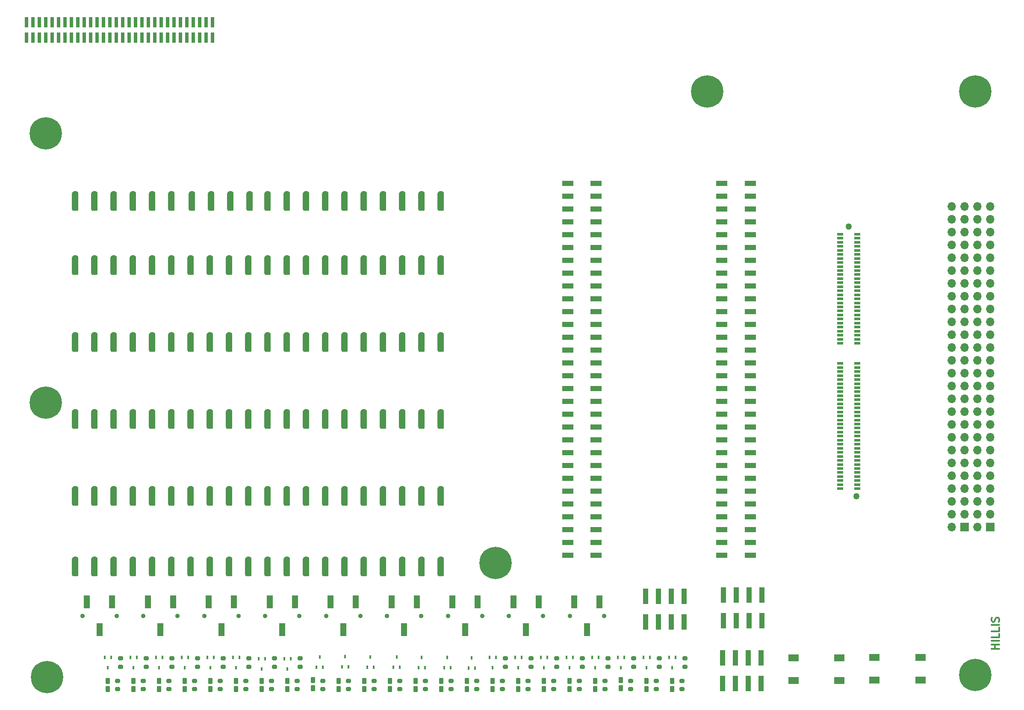
<source format=gts>
G04 #@! TF.GenerationSoftware,KiCad,Pcbnew,(6.0.5)*
G04 #@! TF.CreationDate,2022-09-09T14:32:12-04:00*
G04 #@! TF.ProjectId,backplane-breaout-big,6261636b-706c-4616-9e65-2d627265616f,rev?*
G04 #@! TF.SameCoordinates,Original*
G04 #@! TF.FileFunction,Soldermask,Top*
G04 #@! TF.FilePolarity,Negative*
%FSLAX46Y46*%
G04 Gerber Fmt 4.6, Leading zero omitted, Abs format (unit mm)*
G04 Created by KiCad (PCBNEW (6.0.5)) date 2022-09-09 14:32:12*
%MOMM*%
%LPD*%
G01*
G04 APERTURE LIST*
G04 Aperture macros list*
%AMRoundRect*
0 Rectangle with rounded corners*
0 $1 Rounding radius*
0 $2 $3 $4 $5 $6 $7 $8 $9 X,Y pos of 4 corners*
0 Add a 4 corners polygon primitive as box body*
4,1,4,$2,$3,$4,$5,$6,$7,$8,$9,$2,$3,0*
0 Add four circle primitives for the rounded corners*
1,1,$1+$1,$2,$3*
1,1,$1+$1,$4,$5*
1,1,$1+$1,$6,$7*
1,1,$1+$1,$8,$9*
0 Add four rect primitives between the rounded corners*
20,1,$1+$1,$2,$3,$4,$5,0*
20,1,$1+$1,$4,$5,$6,$7,0*
20,1,$1+$1,$6,$7,$8,$9,0*
20,1,$1+$1,$8,$9,$2,$3,0*%
G04 Aperture macros list end*
%ADD10C,0.300000*%
%ADD11R,0.760000X2.030000*%
%ADD12RoundRect,0.212500X-0.212500X0.400000X-0.212500X-0.400000X0.212500X-0.400000X0.212500X0.400000X0*%
%ADD13R,2.220000X1.020000*%
%ADD14C,1.270000*%
%ADD15R,1.200000X0.500000*%
%ADD16R,0.450000X0.700000*%
%ADD17RoundRect,0.317500X0.317500X-1.587500X0.317500X1.587500X-0.317500X1.587500X-0.317500X-1.587500X0*%
%ADD18R,1.000000X3.150000*%
%ADD19RoundRect,0.200000X-0.275000X0.200000X-0.275000X-0.200000X0.275000X-0.200000X0.275000X0.200000X0*%
%ADD20RoundRect,0.200000X0.275000X-0.200000X0.275000X0.200000X-0.275000X0.200000X-0.275000X-0.200000X0*%
%ADD21C,0.900000*%
%ADD22R,1.200000X2.500000*%
%ADD23C,3.600000*%
%ADD24C,6.400000*%
%ADD25R,2.100000X1.400000*%
%ADD26R,1.700000X1.700000*%
%ADD27O,1.700000X1.700000*%
G04 APERTURE END LIST*
D10*
X295953571Y-173886428D02*
X294453571Y-173886428D01*
X295167857Y-173886428D02*
X295167857Y-173029285D01*
X295953571Y-173029285D02*
X294453571Y-173029285D01*
X295953571Y-172315000D02*
X294453571Y-172315000D01*
X295953571Y-170886428D02*
X295953571Y-171600714D01*
X294453571Y-171600714D01*
X295953571Y-169672142D02*
X295953571Y-170386428D01*
X294453571Y-170386428D01*
X295953571Y-169172142D02*
X294453571Y-169172142D01*
X295882142Y-168529285D02*
X295953571Y-168315000D01*
X295953571Y-167957857D01*
X295882142Y-167815000D01*
X295810714Y-167743571D01*
X295667857Y-167672142D01*
X295525000Y-167672142D01*
X295382142Y-167743571D01*
X295310714Y-167815000D01*
X295239285Y-167957857D01*
X295167857Y-168243571D01*
X295096428Y-168386428D01*
X295025000Y-168457857D01*
X294882142Y-168529285D01*
X294739285Y-168529285D01*
X294596428Y-168457857D01*
X294525000Y-168386428D01*
X294453571Y-168243571D01*
X294453571Y-167886428D01*
X294525000Y-167672142D01*
D11*
X140160000Y-52795000D03*
X140160000Y-49745000D03*
X138890000Y-52795000D03*
X138890000Y-49745000D03*
X137620000Y-52795000D03*
X137620000Y-49745000D03*
X136350000Y-52795000D03*
X136350000Y-49745000D03*
X135080000Y-52795000D03*
X135080000Y-49745000D03*
X133810000Y-52795000D03*
X133810000Y-49745000D03*
X132540000Y-52795000D03*
X132540000Y-49745000D03*
X131270000Y-52795000D03*
X131270000Y-49745000D03*
X130000000Y-52795000D03*
X130000000Y-49745000D03*
X128730000Y-52795000D03*
X128730000Y-49745000D03*
X127460000Y-52795000D03*
X127460000Y-49745000D03*
X126190000Y-52795000D03*
X126190000Y-49745000D03*
X124920000Y-52795000D03*
X124920000Y-49745000D03*
X123650000Y-52795000D03*
X123650000Y-49745000D03*
X122380000Y-52795000D03*
X122380000Y-49745000D03*
X121110000Y-52795000D03*
X121110000Y-49745000D03*
X119840000Y-52795000D03*
X119840000Y-49745000D03*
X118570000Y-52795000D03*
X118570000Y-49745000D03*
X117300000Y-52795000D03*
X117300000Y-49745000D03*
X116030000Y-52795000D03*
X116030000Y-49745000D03*
X114760000Y-52795000D03*
X114760000Y-49745000D03*
X113490000Y-52795000D03*
X113490000Y-49745000D03*
X112220000Y-52795000D03*
X112220000Y-49745000D03*
X110950000Y-52795000D03*
X110950000Y-49745000D03*
X109680000Y-52795000D03*
X109680000Y-49745000D03*
X108410000Y-52795000D03*
X108410000Y-49745000D03*
X107140000Y-52795000D03*
X107140000Y-49745000D03*
X105870000Y-52795000D03*
X105870000Y-49745000D03*
X104600000Y-52795000D03*
X104600000Y-49745000D03*
X103330000Y-52795000D03*
X103330000Y-49745000D03*
D12*
X231254000Y-180207500D03*
X231254000Y-181832500D03*
X226174000Y-180207500D03*
X226174000Y-181832500D03*
X221094000Y-180030000D03*
X221094000Y-181655000D03*
X155054000Y-180207500D03*
X155054000Y-181832500D03*
X216014000Y-180207500D03*
X216014000Y-181832500D03*
X149974000Y-180207500D03*
X149974000Y-181832500D03*
X210934000Y-180207500D03*
X210934000Y-181832500D03*
X205854000Y-180207500D03*
X205854000Y-181832500D03*
X200774000Y-180207500D03*
X200774000Y-181832500D03*
X195694000Y-180207500D03*
X195694000Y-181832500D03*
X144894000Y-180207500D03*
X144894000Y-181832500D03*
X139814000Y-180207500D03*
X139814000Y-181832500D03*
X134734000Y-180207500D03*
X134734000Y-181832500D03*
X129654000Y-180207500D03*
X129654000Y-181832500D03*
X190614000Y-180207500D03*
X190614000Y-181832500D03*
X185534000Y-180207500D03*
X185534000Y-181832500D03*
X180454000Y-180207500D03*
X180454000Y-181832500D03*
X175374000Y-180207500D03*
X175374000Y-181832500D03*
X170294000Y-180207500D03*
X170294000Y-181832500D03*
X124574000Y-180207500D03*
X124574000Y-181832500D03*
X165214000Y-180207500D03*
X165214000Y-181832500D03*
X119494000Y-180207500D03*
X119494000Y-181832500D03*
X160134000Y-180030000D03*
X160134000Y-181655000D03*
D13*
X210520000Y-155334000D03*
X216170000Y-155334000D03*
X210520000Y-152794000D03*
X216170000Y-152794000D03*
X210520000Y-150254000D03*
X216170000Y-150254000D03*
X210520000Y-147714000D03*
X216170000Y-147714000D03*
X210520000Y-145174000D03*
X216170000Y-145174000D03*
X210520000Y-142634000D03*
X216170000Y-142634000D03*
X210520000Y-140094000D03*
X216170000Y-140094000D03*
X210520000Y-137554000D03*
X216170000Y-137554000D03*
X210520000Y-135014000D03*
X216170000Y-135014000D03*
X210520000Y-132474000D03*
X216170000Y-132474000D03*
X210520000Y-129934000D03*
X216170000Y-129934000D03*
X210520000Y-127394000D03*
X216170000Y-127394000D03*
X210520000Y-124854000D03*
X216170000Y-124854000D03*
X210520000Y-122314000D03*
X216170000Y-122314000D03*
X210520000Y-119774000D03*
X216170000Y-119774000D03*
X210520000Y-117234000D03*
X216170000Y-117234000D03*
X210520000Y-114694000D03*
X216170000Y-114694000D03*
X210520000Y-112154000D03*
X216170000Y-112154000D03*
X210520000Y-109614000D03*
X216170000Y-109614000D03*
X210520000Y-107074000D03*
X216170000Y-107074000D03*
X210520000Y-104534000D03*
X216170000Y-104534000D03*
X210520000Y-101994000D03*
X216170000Y-101994000D03*
X210520000Y-99454000D03*
X216170000Y-99454000D03*
X210520000Y-96914000D03*
X216170000Y-96914000D03*
X210520000Y-94374000D03*
X216170000Y-94374000D03*
X210520000Y-91834000D03*
X216170000Y-91834000D03*
X210520000Y-89294000D03*
X216170000Y-89294000D03*
X210520000Y-86754000D03*
X216170000Y-86754000D03*
X210520000Y-84214000D03*
X216170000Y-84214000D03*
X210520000Y-81674000D03*
X216170000Y-81674000D03*
X241066000Y-155334000D03*
X246716000Y-155334000D03*
X241066000Y-152794000D03*
X246716000Y-152794000D03*
X241066000Y-150254000D03*
X246716000Y-150254000D03*
X241066000Y-147714000D03*
X246716000Y-147714000D03*
X241066000Y-145174000D03*
X246716000Y-145174000D03*
X241066000Y-142634000D03*
X246716000Y-142634000D03*
X241066000Y-140094000D03*
X246716000Y-140094000D03*
X241066000Y-137554000D03*
X246716000Y-137554000D03*
X241066000Y-135014000D03*
X246716000Y-135014000D03*
X241066000Y-132474000D03*
X246716000Y-132474000D03*
X241066000Y-129934000D03*
X246716000Y-129934000D03*
X241066000Y-127394000D03*
X246716000Y-127394000D03*
X241066000Y-124854000D03*
X246716000Y-124854000D03*
X241066000Y-122314000D03*
X246716000Y-122314000D03*
X241066000Y-119774000D03*
X246716000Y-119774000D03*
X241066000Y-117234000D03*
X246716000Y-117234000D03*
X241066000Y-114694000D03*
X246716000Y-114694000D03*
X241066000Y-112154000D03*
X246716000Y-112154000D03*
X241066000Y-109614000D03*
X246716000Y-109614000D03*
X241066000Y-107074000D03*
X246716000Y-107074000D03*
X241066000Y-104534000D03*
X246716000Y-104534000D03*
X241066000Y-101994000D03*
X246716000Y-101994000D03*
X241066000Y-99454000D03*
X246716000Y-99454000D03*
X241066000Y-96914000D03*
X246716000Y-96914000D03*
X241066000Y-94374000D03*
X246716000Y-94374000D03*
X241066000Y-91834000D03*
X246716000Y-91834000D03*
X241066000Y-89294000D03*
X246716000Y-89294000D03*
X241066000Y-86754000D03*
X246716000Y-86754000D03*
X241066000Y-84214000D03*
X246716000Y-84214000D03*
X241066000Y-81674000D03*
X246716000Y-81674000D03*
D14*
X267692000Y-143650000D03*
X266192000Y-90250000D03*
D15*
X267892000Y-142150000D03*
X264492000Y-142150000D03*
X267892000Y-141350000D03*
X264492000Y-141350000D03*
X267892000Y-140550000D03*
X264492000Y-140550000D03*
X267892000Y-139750000D03*
X264492000Y-139750000D03*
X267892000Y-138950000D03*
X264492000Y-138950000D03*
X267892000Y-138150000D03*
X264492000Y-138150000D03*
X267892000Y-137350000D03*
X264492000Y-137350000D03*
X267892000Y-136550000D03*
X264492000Y-136550000D03*
X267892000Y-135750000D03*
X264492000Y-135750000D03*
X267892000Y-134950000D03*
X264492000Y-134950000D03*
X267892000Y-134150000D03*
X264492000Y-134150000D03*
X267892000Y-133350000D03*
X264492000Y-133350000D03*
X267892000Y-132550000D03*
X264492000Y-132550000D03*
X267892000Y-131750000D03*
X264492000Y-131750000D03*
X267892000Y-130950000D03*
X264492000Y-130950000D03*
X267892000Y-130150000D03*
X264492000Y-130150000D03*
X267892000Y-129350000D03*
X264492000Y-129350000D03*
X267892000Y-128550000D03*
X264492000Y-128550000D03*
X267892000Y-127750000D03*
X264492000Y-127750000D03*
X267892000Y-126950000D03*
X264492000Y-126950000D03*
X267892000Y-126150000D03*
X264492000Y-126150000D03*
X267892000Y-125350000D03*
X264492000Y-125350000D03*
X267892000Y-124550000D03*
X264492000Y-124550000D03*
X267892000Y-123750000D03*
X264492000Y-123750000D03*
X267892000Y-122950000D03*
X264492000Y-122950000D03*
X267892000Y-122150000D03*
X264492000Y-122150000D03*
X267892000Y-121350000D03*
X264492000Y-121350000D03*
X267892000Y-120550000D03*
X264492000Y-120550000D03*
X267892000Y-119750000D03*
X264492000Y-119750000D03*
X267892000Y-118950000D03*
X264492000Y-118950000D03*
X267892000Y-118150000D03*
X264492000Y-118150000D03*
X267892000Y-117350000D03*
X264492000Y-117350000D03*
X267892000Y-113350000D03*
X264492000Y-113350000D03*
X267892000Y-112550000D03*
X264492000Y-112550000D03*
X267892000Y-111750000D03*
X264492000Y-111750000D03*
X267892000Y-110950000D03*
X264492000Y-110950000D03*
X267892000Y-110150000D03*
X264492000Y-110150000D03*
X267892000Y-109350000D03*
X264492000Y-109350000D03*
X267892000Y-108550000D03*
X264492000Y-108550000D03*
X267892000Y-107750000D03*
X264492000Y-107750000D03*
X267892000Y-106950000D03*
X264492000Y-106950000D03*
X267892000Y-106150000D03*
X264492000Y-106150000D03*
X267892000Y-105350000D03*
X264492000Y-105350000D03*
X267892000Y-104550000D03*
X264492000Y-104550000D03*
X267892000Y-103750000D03*
X264492000Y-103750000D03*
X267892000Y-102950000D03*
X264492000Y-102950000D03*
X267892000Y-102150000D03*
X264492000Y-102150000D03*
X267892000Y-101350000D03*
X264492000Y-101350000D03*
X267892000Y-100550000D03*
X264492000Y-100550000D03*
X267892000Y-99750000D03*
X264492000Y-99750000D03*
X267892000Y-98950000D03*
X264492000Y-98950000D03*
X267892000Y-98150000D03*
X264492000Y-98150000D03*
X267892000Y-97350000D03*
X264492000Y-97350000D03*
X267892000Y-96550000D03*
X264492000Y-96550000D03*
X267892000Y-95750000D03*
X264492000Y-95750000D03*
X267892000Y-94950000D03*
X264492000Y-94950000D03*
X267892000Y-94150000D03*
X264492000Y-94150000D03*
X267892000Y-93350000D03*
X264492000Y-93350000D03*
X267892000Y-92550000D03*
X264492000Y-92550000D03*
X267892000Y-91750000D03*
X264492000Y-91750000D03*
D16*
X231904000Y-175575000D03*
X230604000Y-175575000D03*
X231254000Y-177575000D03*
X226824000Y-175575000D03*
X225524000Y-175575000D03*
X226174000Y-177575000D03*
X221744000Y-175575000D03*
X220444000Y-175575000D03*
X221094000Y-177575000D03*
X155704000Y-175829000D03*
X154404000Y-175829000D03*
X155054000Y-177829000D03*
X216664000Y-175575000D03*
X215364000Y-175575000D03*
X216014000Y-177575000D03*
X150624000Y-175829000D03*
X149324000Y-175829000D03*
X149974000Y-177829000D03*
X211584000Y-175575000D03*
X210284000Y-175575000D03*
X210934000Y-177575000D03*
X206504000Y-175575000D03*
X205204000Y-175575000D03*
X205854000Y-177575000D03*
X201424000Y-175575000D03*
X200124000Y-175575000D03*
X200774000Y-177575000D03*
X196344000Y-175575000D03*
X195044000Y-175575000D03*
X195694000Y-177575000D03*
X145544000Y-175575000D03*
X144244000Y-175575000D03*
X144894000Y-177575000D03*
X140464000Y-175575000D03*
X139164000Y-175575000D03*
X139814000Y-177575000D03*
X190879000Y-177694000D03*
X192179000Y-177694000D03*
X191529000Y-175694000D03*
X186053000Y-177612000D03*
X187353000Y-177612000D03*
X186703000Y-175612000D03*
X180973000Y-177612000D03*
X182273000Y-177612000D03*
X181623000Y-175612000D03*
X176021000Y-177485000D03*
X177321000Y-177485000D03*
X176671000Y-175485000D03*
X170813000Y-177485000D03*
X172113000Y-177485000D03*
X171463000Y-175485000D03*
X135384000Y-175575000D03*
X134084000Y-175575000D03*
X134734000Y-177575000D03*
X130304000Y-175575000D03*
X129004000Y-175575000D03*
X129654000Y-177575000D03*
X165834000Y-177448000D03*
X167134000Y-177448000D03*
X166484000Y-175448000D03*
X160780000Y-177485000D03*
X162080000Y-177485000D03*
X161430000Y-175485000D03*
X125224000Y-175575000D03*
X123924000Y-175575000D03*
X124574000Y-177575000D03*
X120144000Y-175575000D03*
X118844000Y-175575000D03*
X119494000Y-177575000D03*
D17*
X185420000Y-157657800D03*
D14*
X185420000Y-156210000D03*
X181610000Y-156210000D03*
D17*
X181610000Y-157657800D03*
X185420000Y-113202324D03*
D14*
X185420000Y-111754524D03*
D17*
X181610000Y-113202324D03*
D14*
X181610000Y-111754524D03*
X177800000Y-156210000D03*
D17*
X177800000Y-157657800D03*
D14*
X173990000Y-156210000D03*
D17*
X173990000Y-157657800D03*
X177800000Y-113202324D03*
D14*
X177800000Y-111754524D03*
D17*
X173990000Y-113202324D03*
D14*
X173990000Y-111754524D03*
X170180000Y-156210000D03*
D17*
X170180000Y-157657800D03*
D14*
X166370000Y-156210000D03*
D17*
X166370000Y-157657800D03*
X170180000Y-113202324D03*
D14*
X170180000Y-111754524D03*
D17*
X166370000Y-113202324D03*
D14*
X166370000Y-111754524D03*
X162560000Y-156210000D03*
D17*
X162560000Y-157657800D03*
X158750000Y-157657800D03*
D14*
X158750000Y-156210000D03*
D17*
X162560000Y-113202324D03*
D14*
X162560000Y-111754524D03*
D17*
X158750000Y-113202324D03*
D14*
X158750000Y-111754524D03*
D17*
X154940000Y-157657800D03*
D14*
X154940000Y-156210000D03*
D17*
X151130000Y-157657800D03*
D14*
X151130000Y-156210000D03*
X154940000Y-111754524D03*
D17*
X154940000Y-113202324D03*
D14*
X151130000Y-111754524D03*
D17*
X151130000Y-113202324D03*
X147320000Y-157657800D03*
D14*
X147320000Y-156210000D03*
D17*
X143510000Y-157657800D03*
D14*
X143510000Y-156210000D03*
D17*
X147320000Y-113202324D03*
D14*
X147320000Y-111754524D03*
D17*
X143510000Y-113202324D03*
D14*
X143510000Y-111754524D03*
D17*
X139700000Y-157657800D03*
D14*
X139700000Y-156210000D03*
D17*
X135890000Y-157657800D03*
D14*
X135890000Y-156210000D03*
X139700000Y-111754524D03*
D17*
X139700000Y-113202324D03*
D14*
X135890000Y-111754524D03*
D17*
X135890000Y-113202324D03*
D14*
X132080000Y-156210000D03*
D17*
X132080000Y-157657800D03*
D14*
X128270000Y-156210000D03*
D17*
X128270000Y-157657800D03*
X132080000Y-113202324D03*
D14*
X132080000Y-111754524D03*
X128270000Y-111754524D03*
D17*
X128270000Y-113202324D03*
D14*
X124460000Y-156210000D03*
D17*
X124460000Y-157657800D03*
D14*
X120650000Y-156210000D03*
D17*
X120650000Y-157657800D03*
X124460000Y-113202324D03*
D14*
X124460000Y-111754524D03*
D17*
X120650000Y-113202324D03*
D14*
X120650000Y-111754524D03*
D17*
X116840000Y-157657800D03*
D14*
X116840000Y-156210000D03*
X113030000Y-156204524D03*
D17*
X113030000Y-157652324D03*
X116840000Y-113202324D03*
D14*
X116840000Y-111754524D03*
X113030000Y-111754524D03*
D17*
X113030000Y-113202324D03*
X185420000Y-143682324D03*
D14*
X185420000Y-142234524D03*
D17*
X181610000Y-143682324D03*
D14*
X181610000Y-142234524D03*
X185420000Y-96514524D03*
D17*
X185420000Y-97962324D03*
X181610000Y-97962324D03*
D14*
X181610000Y-96514524D03*
D17*
X177800000Y-143682324D03*
D14*
X177800000Y-142234524D03*
X173990000Y-142234524D03*
D17*
X173990000Y-143682324D03*
X177800000Y-97962324D03*
D14*
X177800000Y-96514524D03*
D17*
X173990000Y-97962324D03*
D14*
X173990000Y-96514524D03*
D17*
X170180000Y-143682324D03*
D14*
X170180000Y-142234524D03*
X166370000Y-142234524D03*
D17*
X166370000Y-143682324D03*
X170180000Y-97962324D03*
D14*
X170180000Y-96514524D03*
D17*
X166370000Y-97962324D03*
D14*
X166370000Y-96514524D03*
D17*
X162560000Y-143682324D03*
D14*
X162560000Y-142234524D03*
D17*
X158750000Y-143682324D03*
D14*
X158750000Y-142234524D03*
D17*
X162560000Y-97962324D03*
D14*
X162560000Y-96514524D03*
D17*
X158750000Y-97962324D03*
D14*
X158750000Y-96514524D03*
X154940000Y-142234524D03*
D17*
X154940000Y-143682324D03*
D14*
X151130000Y-142234524D03*
D17*
X151130000Y-143682324D03*
D14*
X154940000Y-96514524D03*
D17*
X154940000Y-97962324D03*
D14*
X151130000Y-96514524D03*
D17*
X151130000Y-97962324D03*
D14*
X147320000Y-142234524D03*
D17*
X147320000Y-143682324D03*
D14*
X143510000Y-142234524D03*
D17*
X143510000Y-143682324D03*
D14*
X147320000Y-96514524D03*
D17*
X147320000Y-97962324D03*
D14*
X143510000Y-96514524D03*
D17*
X143510000Y-97962324D03*
D14*
X139700000Y-142234524D03*
D17*
X139700000Y-143682324D03*
X135890000Y-143682324D03*
D14*
X135890000Y-142234524D03*
D17*
X139700000Y-97962324D03*
D14*
X139700000Y-96514524D03*
D17*
X135890000Y-97962324D03*
D14*
X135890000Y-96514524D03*
D17*
X132080000Y-143682324D03*
D14*
X132080000Y-142234524D03*
D17*
X128270000Y-143682324D03*
D14*
X128270000Y-142234524D03*
X132080000Y-96514524D03*
D17*
X132080000Y-97962324D03*
X128270000Y-97962324D03*
D14*
X128270000Y-96514524D03*
D17*
X124460000Y-143682324D03*
D14*
X124460000Y-142234524D03*
D17*
X120650000Y-143682324D03*
D14*
X120650000Y-142234524D03*
X124460000Y-96514524D03*
D17*
X124460000Y-97962324D03*
D14*
X120650000Y-96514524D03*
D17*
X120650000Y-97962324D03*
D14*
X116840000Y-142234524D03*
D17*
X116840000Y-143682324D03*
D14*
X113030000Y-142234524D03*
D17*
X113030000Y-143682324D03*
D14*
X116840000Y-96514524D03*
D17*
X116840000Y-97962324D03*
D14*
X113030000Y-96514524D03*
D17*
X113030000Y-97962324D03*
X185420000Y-128442324D03*
D14*
X185420000Y-126994524D03*
X181610000Y-126994524D03*
D17*
X181610000Y-128442324D03*
X185420000Y-85262324D03*
D14*
X185420000Y-83814524D03*
D17*
X181610000Y-85262324D03*
D14*
X181610000Y-83814524D03*
D17*
X177800000Y-128442324D03*
D14*
X177800000Y-126994524D03*
D17*
X173990000Y-128442324D03*
D14*
X173990000Y-126994524D03*
X177800000Y-83814524D03*
D17*
X177800000Y-85262324D03*
X173990000Y-85262324D03*
D14*
X173990000Y-83814524D03*
X170180000Y-126994524D03*
D17*
X170180000Y-128442324D03*
D14*
X166370000Y-126994524D03*
D17*
X166370000Y-128442324D03*
D14*
X170180000Y-83814524D03*
D17*
X170180000Y-85262324D03*
X166370000Y-85262324D03*
D14*
X166370000Y-83814524D03*
D17*
X162560000Y-128442324D03*
D14*
X162560000Y-126994524D03*
D17*
X158750000Y-128442324D03*
D14*
X158750000Y-126994524D03*
X162560000Y-83814524D03*
D17*
X162560000Y-85262324D03*
D14*
X158750000Y-83814524D03*
D17*
X158750000Y-85262324D03*
X154940000Y-128442324D03*
D14*
X154940000Y-126994524D03*
D17*
X151130000Y-128442324D03*
D14*
X151130000Y-126994524D03*
D17*
X154940000Y-85262324D03*
D14*
X154940000Y-83814524D03*
X151130000Y-83814524D03*
D17*
X151130000Y-85262324D03*
X147320000Y-128442324D03*
D14*
X147320000Y-126994524D03*
D17*
X143510000Y-128442324D03*
D14*
X143510000Y-126994524D03*
X147555000Y-83814524D03*
D17*
X147555000Y-85262324D03*
D14*
X143745000Y-83814524D03*
D17*
X143745000Y-85262324D03*
X139700000Y-128442324D03*
D14*
X139700000Y-126994524D03*
D17*
X135890000Y-128442324D03*
D14*
X135890000Y-126994524D03*
D17*
X139935000Y-85262324D03*
D14*
X139935000Y-83814524D03*
X136125000Y-83814524D03*
D17*
X136125000Y-85262324D03*
X132080000Y-128442324D03*
D14*
X132080000Y-126994524D03*
D17*
X128270000Y-128442324D03*
D14*
X128270000Y-126994524D03*
D17*
X132080000Y-85262324D03*
D14*
X132080000Y-83814524D03*
D17*
X128270000Y-85262324D03*
D14*
X128270000Y-83814524D03*
X124460000Y-126994524D03*
D17*
X124460000Y-128442324D03*
D14*
X120650000Y-126994524D03*
D17*
X120650000Y-128442324D03*
X124460000Y-85262324D03*
D14*
X124460000Y-83814524D03*
D17*
X120650000Y-85262324D03*
D14*
X120650000Y-83814524D03*
X116840000Y-126994524D03*
D17*
X116840000Y-128442324D03*
X113030000Y-128442324D03*
D14*
X113030000Y-126994524D03*
D17*
X116840000Y-85262324D03*
D14*
X116840000Y-83814524D03*
X113030000Y-83814524D03*
D17*
X113030000Y-85262324D03*
D18*
X241179000Y-180707000D03*
X241179000Y-175657000D03*
X243719000Y-180707000D03*
X243719000Y-175657000D03*
X246259000Y-180707000D03*
X246259000Y-175657000D03*
X248799000Y-180707000D03*
X248799000Y-175657000D03*
X225939000Y-168515000D03*
X225939000Y-163465000D03*
X228479000Y-168515000D03*
X228479000Y-163465000D03*
X231019000Y-168515000D03*
X231019000Y-163465000D03*
X233559000Y-168515000D03*
X233559000Y-163465000D03*
X241379000Y-168266000D03*
X241379000Y-163216000D03*
X243919000Y-168266000D03*
X243919000Y-163216000D03*
X246459000Y-168266000D03*
X246459000Y-163216000D03*
X248999000Y-168266000D03*
X248999000Y-163216000D03*
D19*
X233159000Y-180195000D03*
X233159000Y-181845000D03*
X228079000Y-180195000D03*
X228079000Y-181845000D03*
X222999000Y-180195000D03*
X222999000Y-181845000D03*
X156959000Y-180195000D03*
X156959000Y-181845000D03*
X217919000Y-180195000D03*
X217919000Y-181845000D03*
X151879000Y-180195000D03*
X151879000Y-181845000D03*
D20*
X233794000Y-177400000D03*
X233794000Y-175750000D03*
X228714000Y-177400000D03*
X228714000Y-175750000D03*
X223634000Y-177400000D03*
X223634000Y-175750000D03*
X157594000Y-177400000D03*
X157594000Y-175750000D03*
X218554000Y-177400000D03*
X218554000Y-175750000D03*
X152514000Y-177400000D03*
X152514000Y-175750000D03*
D19*
X212839000Y-180195000D03*
X212839000Y-181845000D03*
X207759000Y-180195000D03*
X207759000Y-181845000D03*
X202679000Y-180195000D03*
X202679000Y-181845000D03*
X197599000Y-180195000D03*
X197599000Y-181845000D03*
X146799000Y-180195000D03*
X146799000Y-181845000D03*
X141719000Y-180195000D03*
X141719000Y-181845000D03*
D20*
X213474000Y-177400000D03*
X213474000Y-175750000D03*
X208394000Y-177400000D03*
X208394000Y-175750000D03*
X203314000Y-177400000D03*
X203314000Y-175750000D03*
X198234000Y-177400000D03*
X198234000Y-175750000D03*
X147434000Y-177400000D03*
X147434000Y-175750000D03*
X142354000Y-177400000D03*
X142354000Y-175750000D03*
D19*
X136639000Y-180195000D03*
X136639000Y-181845000D03*
X131559000Y-180195000D03*
X131559000Y-181845000D03*
X192519000Y-180195000D03*
X192519000Y-181845000D03*
X187439000Y-180195000D03*
X187439000Y-181845000D03*
X182359000Y-180195000D03*
X182359000Y-181845000D03*
X177279000Y-180195000D03*
X177279000Y-181845000D03*
X172199000Y-180195000D03*
X172199000Y-181845000D03*
D20*
X137274000Y-177400000D03*
X137274000Y-175750000D03*
X132194000Y-177400000D03*
X132194000Y-175750000D03*
D19*
X126479000Y-180195000D03*
X126479000Y-181845000D03*
X167119000Y-180195000D03*
X167119000Y-181845000D03*
X121399000Y-180195000D03*
X121399000Y-181845000D03*
X162039000Y-180195000D03*
X162039000Y-181845000D03*
D20*
X127114000Y-177400000D03*
X127114000Y-175750000D03*
X122034000Y-177400000D03*
X122034000Y-175750000D03*
D21*
X210943996Y-167354504D03*
X217743996Y-167354504D03*
D22*
X211843996Y-164604504D03*
X214343996Y-170104504D03*
X216843996Y-164604504D03*
D21*
X205678996Y-167354504D03*
X198878996Y-167354504D03*
D22*
X199778996Y-164604504D03*
X202278996Y-170104504D03*
X204778996Y-164604504D03*
D21*
X186813996Y-167354504D03*
X193613996Y-167354504D03*
D22*
X187713996Y-164604504D03*
X190213996Y-170104504D03*
X192713996Y-164604504D03*
D21*
X181548996Y-167354504D03*
X174748996Y-167354504D03*
D22*
X175648996Y-164604504D03*
X178148996Y-170104504D03*
X180648996Y-164604504D03*
D21*
X169483996Y-167354504D03*
X162683996Y-167354504D03*
D22*
X163583996Y-164604504D03*
X166083996Y-170104504D03*
X168583996Y-164604504D03*
D21*
X157418996Y-167354504D03*
X150618996Y-167354504D03*
D22*
X151518996Y-164604504D03*
X154018996Y-170104504D03*
X156518996Y-164604504D03*
D21*
X145353996Y-167354504D03*
X138553996Y-167354504D03*
D22*
X139453996Y-164604504D03*
X141953996Y-170104504D03*
X144453996Y-164604504D03*
D21*
X126488996Y-167354504D03*
X133288996Y-167354504D03*
D22*
X127388996Y-164604504D03*
X129888996Y-170104504D03*
X132388996Y-164604504D03*
D21*
X121223996Y-167354504D03*
X114423996Y-167354504D03*
D22*
X115323996Y-164604504D03*
X117823996Y-170104504D03*
X120323996Y-164604504D03*
D23*
X107188000Y-71755000D03*
D24*
X107188000Y-71755000D03*
D25*
X280399000Y-180072000D03*
X271299000Y-180072000D03*
X271299000Y-175572000D03*
X280399000Y-175572000D03*
D23*
X291231066Y-179059992D03*
D24*
X291231066Y-179059992D03*
X107188000Y-125095000D03*
D23*
X107188000Y-125095000D03*
D25*
X255258980Y-180171996D03*
X264358980Y-180171996D03*
X255258980Y-175671996D03*
X264358980Y-175671996D03*
D24*
X291231066Y-63500000D03*
D23*
X291231066Y-63500000D03*
D24*
X196215000Y-156845000D03*
D23*
X196215000Y-156845000D03*
D26*
X294199020Y-149790000D03*
D27*
X291659020Y-149790000D03*
X294199020Y-147250000D03*
X291659020Y-147250000D03*
X294199020Y-144710000D03*
X291659020Y-144710000D03*
X294199020Y-142170000D03*
X291659020Y-142170000D03*
X294199020Y-139630000D03*
X291659020Y-139630000D03*
X294199020Y-137090000D03*
X291659020Y-137090000D03*
X294199020Y-134550000D03*
X291659020Y-134550000D03*
X294199020Y-132010000D03*
X291659020Y-132010000D03*
X294199020Y-129470000D03*
X291659020Y-129470000D03*
X294199020Y-126930000D03*
X291659020Y-126930000D03*
X294199020Y-124390000D03*
X291659020Y-124390000D03*
X294199020Y-121850000D03*
X291659020Y-121850000D03*
X294199020Y-119310000D03*
X291659020Y-119310000D03*
X294199020Y-116770000D03*
X291659020Y-116770000D03*
X294199020Y-114230000D03*
X291659020Y-114230000D03*
X294199020Y-111690000D03*
X291659020Y-111690000D03*
X294199020Y-109150000D03*
X291659020Y-109150000D03*
X294199020Y-106610000D03*
X291659020Y-106610000D03*
X294199020Y-104070000D03*
X291659020Y-104070000D03*
X294199020Y-101530000D03*
X291659020Y-101530000D03*
X294199020Y-98990000D03*
X291659020Y-98990000D03*
X294199020Y-96450000D03*
X291659020Y-96450000D03*
X294199020Y-93910000D03*
X291659020Y-93910000D03*
X294199020Y-91370000D03*
X291659020Y-91370000D03*
X294199020Y-88830000D03*
X291659020Y-88830000D03*
X294199020Y-86290000D03*
X291659020Y-86290000D03*
D23*
X107442000Y-179440992D03*
D24*
X107442000Y-179440992D03*
D23*
X238125000Y-63500000D03*
D24*
X238125000Y-63500000D03*
D26*
X289120000Y-149790000D03*
D27*
X286580000Y-149790000D03*
X289120000Y-147250000D03*
X286580000Y-147250000D03*
X289120000Y-144710000D03*
X286580000Y-144710000D03*
X289120000Y-142170000D03*
X286580000Y-142170000D03*
X289120000Y-139630000D03*
X286580000Y-139630000D03*
X289120000Y-137090000D03*
X286580000Y-137090000D03*
X289120000Y-134550000D03*
X286580000Y-134550000D03*
X289120000Y-132010000D03*
X286580000Y-132010000D03*
X289120000Y-129470000D03*
X286580000Y-129470000D03*
X289120000Y-126930000D03*
X286580000Y-126930000D03*
X289120000Y-124390000D03*
X286580000Y-124390000D03*
X289120000Y-121850000D03*
X286580000Y-121850000D03*
X289120000Y-119310000D03*
X286580000Y-119310000D03*
X289120000Y-116770000D03*
X286580000Y-116770000D03*
X289120000Y-114230000D03*
X286580000Y-114230000D03*
X289120000Y-111690000D03*
X286580000Y-111690000D03*
X289120000Y-109150000D03*
X286580000Y-109150000D03*
X289120000Y-106610000D03*
X286580000Y-106610000D03*
X289120000Y-104070000D03*
X286580000Y-104070000D03*
X289120000Y-101530000D03*
X286580000Y-101530000D03*
X289120000Y-98990000D03*
X286580000Y-98990000D03*
X289120000Y-96450000D03*
X286580000Y-96450000D03*
X289120000Y-93910000D03*
X286580000Y-93910000D03*
X289120000Y-91370000D03*
X286580000Y-91370000D03*
X289120000Y-88830000D03*
X286580000Y-88830000D03*
X289120000Y-86290000D03*
X286580000Y-86290000D03*
M02*

</source>
